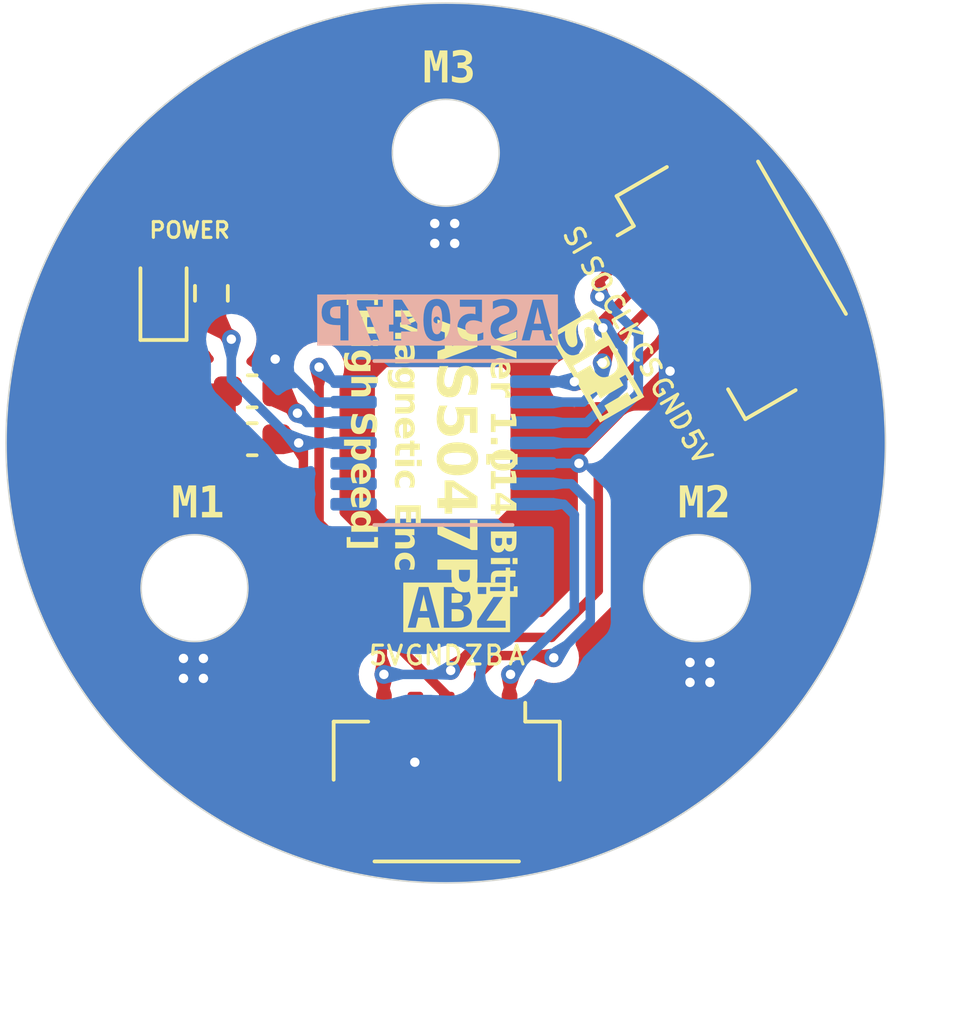
<source format=kicad_pcb>
(kicad_pcb (version 20221018) (generator pcbnew)
  (layers (0 "F.Cu" signal) (31 "B.Cu" signal) (34 "B.Paste" user) (35 "F.Paste" user) (36 "B.SilkS" user "B.Silkscreen") (37 "F.SilkS" user "F.Silkscreen") (38 "B.Mask" user) (39 "F.Mask" user) (44 "Edge.Cuts" user))
  (net 0 "")
  (net 1 "GND")
  (net 2 "+5V")
  (net 3 "Net-(U1-VDD3V3)")
  (net 4 "/A")
  (net 5 "/B")
  (net 6 "/Z")
  (net 7 "/MOSI")
  (net 8 "/MISO")
  (net 9 "/CLK")
  (net 10 "/CS")
  (net 14 "Net-(D1-A)")
  (footprint "LED_SMD:LED_0603_1608Metric" (layer "F.Cu") (at 127.635 92.52 90)
    (fp_text reference "D1" hide)
    (fp_text value "Yellow LED")
    (fp_line (start -1.485 -0.735) (end -1.485 0.735) (stroke (width 0.12)) (layer "F.SilkS"))
    (fp_line (start -1.485 0.735) (end 0.8 0.735) (stroke (width 0.12)) (layer "F.SilkS"))
    (fp_line (start 0.8 -0.735) (end -1.485 -0.735) (stroke (width 0.12)) (layer "F.SilkS"))
    (pad "1" smd roundrect (at -0.7875 0 90) (size 0.875 0.95) (layers "F.Cu" "F.Paste" "F.Mask") (net 1 "GND"))
    (pad "2" smd roundrect (at 0.7875 0 90) (size 0.875 0.95) (layers "F.Cu" "F.Paste" "F.Mask") (net 14 "Net-(D1-A)"))
  )
  (footprint "3rd_Connector_JST_SMD:CONN-SMD_1x6P-P1.0-H_WAFER-SH1.0-6PWB" (layer "F.Cu") (at 145.669 92.075 -60)
    (fp_text reference "J2" hide)
    (fp_text value "CONN_1x5P")
    (fp_line (start -4.1 -0.05) (end -4.1 1.8) (stroke (width 0.12)) (layer "F.SilkS"))
    (fp_line (start -4.1 1.8) (end -3 1.8) (stroke (width 0.12)) (layer "F.SilkS"))
    (fp_line (start -3 1.8) (end -3 2.4) (stroke (width 0.12)) (layer "F.SilkS"))
    (fp_line (start -2.8 -2.65) (end 2.8 -2.65) (stroke (width 0.12)) (layer "F.SilkS"))
    (fp_line (start 4.1 1.8) (end 3 1.8) (stroke (width 0.12)) (layer "F.SilkS"))
    (fp_line (start 4.1 1.8) (end 4.1 -0.05) (stroke (width 0.12)) (layer "F.SilkS"))
    (pad "1" smd roundrect (at -2.5 1.9 300) (size 0.5 1.7) (layers "F.Cu" "F.Paste" "F.Mask") (roundrect_rratio 0.2) (net 7 "/MOSI"))
    (pad "2" smd roundrect (at -1.5 1.9 300) (size 0.5 1.7) (layers "F.Cu" "F.Paste" "F.Mask") (roundrect_rratio 0.1666666667) (net 8 "/MISO"))
    (pad "3" smd roundrect (at -0.5 1.9 300) (size 0.5 1.7) (layers "F.Cu" "F.Paste" "F.Mask") (roundrect_rratio 0.2) (net 9 "/CLK"))
    (pad "4" smd roundrect (at 0.5 1.9 300) (size 0.5 1.7) (layers "F.Cu" "F.Paste" "F.Mask") (roundrect_rratio 0.2) (net 10 "/CS"))
    (pad "5" smd roundrect (at 1.5 1.9 300) (size 0.5 1.7) (layers "F.Cu" "F.Paste" "F.Mask") (roundrect_rratio 0.2) (net 1 "GND"))
    (pad "6" smd roundrect (at 2.5 1.9 300) (size 0.5 1.7) (layers "F.Cu" "F.Paste" "F.Mask") (roundrect_rratio 0.2) (net 2 "+5V"))
    (pad "MP1" smd roundrect (at -3.6 -1.5 300) (size 1.2 2.5) (layers "F.Cu" "F.Paste" "F.Mask") (roundrect_rratio 0.1666666667))
    (pad "MP2" smd roundrect (at 3.6 -1.5 300) (size 1.2 2.5) (layers "F.Cu" "F.Paste" "F.Mask") (roundrect_rratio 0.1666666667))
  )
  (footprint "3rd_Connector_JST_SMD:CONN-SMD_1x5P-P1.0-H_WAFER-SH1.0-5PWB" (layer "F.Cu") (at 136.652 107.95 180)
    (fp_text reference "J1" hide)
    (fp_text value "CONN_1x5P")
    (fp_line (start -3.6 -0.05) (end -3.6 1.8) (stroke (width 0.12)) (layer "F.SilkS"))
    (fp_line (start -3.6 1.8) (end -2.5 1.8) (stroke (width 0.12)) (layer "F.SilkS"))
    (fp_line (start -2.5 1.8) (end -2.5 2.4) (stroke (width 0.12)) (layer "F.SilkS"))
    (fp_line (start -2.3 -2.65) (end 2.3 -2.65) (stroke (width 0.12)) (layer "F.SilkS"))
    (fp_line (start 3.6 1.8) (end 2.5 1.8) (stroke (width 0.12)) (layer "F.SilkS"))
    (fp_line (start 3.6 1.8) (end 3.6 -0.05) (stroke (width 0.12)) (layer "F.SilkS"))
    (pad "1" smd roundrect (at -2 1.9 180) (size 0.5 1.7) (layers "F.Cu" "F.Paste" "F.Mask") (roundrect_rratio 0.2) (net 4 "/A"))
    (pad "2" smd roundrect (at -1 1.9 180) (size 0.5 1.7) (layers "F.Cu" "F.Paste" "F.Mask") (roundrect_rratio 0.2) (net 5 "/B"))
    (pad "3" smd roundrect (at 0 1.9 180) (size 0.5 1.7) (layers "F.Cu" "F.Paste" "F.Mask") (roundrect_rratio 0.2) (net 6 "/Z"))
    (pad "4" smd roundrect (at 1 1.9 180) (size 0.5 1.7) (layers "F.Cu" "F.Paste" "F.Mask") (roundrect_rratio 0.2) (net 1 "GND"))
    (pad "5" smd roundrect (at 2 1.9 180) (size 0.5 1.7) (layers "F.Cu" "F.Paste" "F.Mask") (roundrect_rratio 0.2) (net 2 "+5V"))
    (pad "MP1" smd roundrect (at -3.1 -1.5 180) (size 1.2 2.5) (layers "F.Cu" "F.Paste" "F.Mask") (roundrect_rratio 0.1666666667))
    (pad "MP2" smd roundrect (at 3.1 -1.5 180) (size 1.2 2.5) (layers "F.Cu" "F.Paste" "F.Mask") (roundrect_rratio 0.1666666667))
  )
  (footprint "Resistor_SMD:R_0603_1608Metric" (layer "F.Cu") (at 129.159 92.52 90)
    (fp_text reference "R1" hide)
    (fp_text value "1K")
    (fp_line (start -0.237258 -0.5225) (end 0.237258 -0.5225) (stroke (width 0.12)) (layer "F.SilkS"))
    (fp_line (start -0.237258 0.5225) (end 0.237258 0.5225) (stroke (width 0.12)) (layer "F.SilkS"))
    (pad "1" smd roundrect (at -0.825 0 90) (size 0.8 0.95) (layers "F.Cu" "F.Paste" "F.Mask") (net 2 "+5V"))
    (pad "2" smd roundrect (at 0.825 0 90) (size 0.8 0.95) (layers "F.Cu" "F.Paste" "F.Mask") (net 14 "Net-(D1-A)"))
  )
  (footprint "Capacitor_SMD:C_0603_1608Metric" (layer "F.Cu") (at 130.46 95.639 180)
    (fp_text reference "C2" hide)
    (fp_text value "1uF")
    (fp_line (start -0.14058 -0.51) (end 0.14058 -0.51) (stroke (width 0.12)) (layer "F.SilkS"))
    (fp_line (start -0.14058 0.51) (end 0.14058 0.51) (stroke (width 0.12)) (layer "F.SilkS"))
    (pad "1" smd roundrect (at -0.775 0 180) (size 0.9 0.95) (layers "F.Cu" "F.Paste" "F.Mask") (net 3 "Net-(U1-VDD3V3)"))
    (pad "2" smd roundrect (at 0.775 0 180) (size 0.9 0.95) (layers "F.Cu" "F.Paste" "F.Mask") (net 1 "GND"))
  )
  (footprint "Capacitor_SMD:C_0603_1608Metric" (layer "F.Cu") (at 130.46 97.163)
    (fp_text reference "C1" hide)
    (fp_text value "0.1uF")
    (fp_line (start -0.14058 -0.51) (end 0.14058 -0.51) (stroke (width 0.12)) (layer "F.SilkS"))
    (fp_line (start -0.14058 0.51) (end 0.14058 0.51) (stroke (width 0.12)) (layer "F.SilkS"))
    (pad "1" smd roundrect (at -0.775 0) (size 0.9 0.95) (layers "F.Cu" "F.Paste" "F.Mask") (net 1 "GND"))
    (pad "2" smd roundrect (at 0.775 0) (size 0.9 0.95) (layers "F.Cu" "F.Paste" "F.Mask") (net 2 "+5V"))
  )
  (footprint "Package_SO:TSSOP-14_4.4x5mm_P0.65mm" (layer "B.Cu") (at 136.548 97.282 180)
    (fp_text reference "U1" hide)
    (fp_text value "AS5047D")
    (fp_line (start 0 -2.61) (end -2.2 -2.61) (stroke (width 0.12)) (layer "B.SilkS"))
    (fp_line (start 0 -2.61) (end 2.2 -2.61) (stroke (width 0.12)) (layer "B.SilkS"))
    (fp_line (start 0 2.61) (end -3.6 2.61) (stroke (width 0.12)) (layer "B.SilkS"))
    (fp_line (start 0 2.61) (end 2.2 2.61) (stroke (width 0.12)) (layer "B.SilkS"))
    (pad "1" smd roundrect (at -2.8625 1.95 180) (size 1.475 0.4) (layers "B.Cu" "B.Paste" "B.Mask") (net 10 "/CS"))
    (pad "2" smd roundrect (at -2.8625 1.3 180) (size 1.475 0.4) (layers "B.Cu" "B.Paste" "B.Mask") (net 9 "/CLK"))
    (pad "3" smd roundrect (at -2.8625 0.65 180) (size 1.475 0.4) (layers "B.Cu" "B.Paste" "B.Mask") (net 8 "/MISO"))
    (pad "4" smd roundrect (at -2.8625 0 180) (size 1.475 0.4) (layers "B.Cu" "B.Paste" "B.Mask") (net 7 "/MOSI"))
    (pad "5" smd roundrect (at -2.8625 -0.65 180) (size 1.475 0.4) (layers "B.Cu" "B.Paste" "B.Mask") (net 1 "GND"))
    (pad "6" smd roundrect (at -2.8625 -1.3 180) (size 1.475 0.4) (layers "B.Cu" "B.Paste" "B.Mask") (net 5 "/B"))
    (pad "7" smd roundrect (at -2.8625 -1.95 180) (size 1.475 0.4) (layers "B.Cu" "B.Paste" "B.Mask") (net 4 "/A"))
    (pad "8" smd roundrect (at 2.8625 -1.95 180) (size 1.475 0.4) (layers "B.Cu" "B.Paste" "B.Mask"))
    (pad "9" smd roundrect (at 2.8625 -1.3 180) (size 1.475 0.4) (layers "B.Cu" "B.Paste" "B.Mask"))
    (pad "10" smd roundrect (at 2.8625 -0.65 180) (size 1.475 0.4) (layers "B.Cu" "B.Paste" "B.Mask"))
    (pad "11" smd roundrect (at 2.8625 0 180) (size 1.475 0.4) (layers "B.Cu" "B.Paste" "B.Mask") (net 2 "+5V"))
    (pad "12" smd roundrect (at 2.8625 0.65 180) (size 1.475 0.4) (layers "B.Cu" "B.Paste" "B.Mask") (net 3 "Net-(U1-VDD3V3)"))
    (pad "13" smd roundrect (at 2.8625 1.3 180) (size 1.475 0.4) (layers "B.Cu" "B.Paste" "B.Mask") (net 1 "GND"))
    (pad "14" smd roundrect (at 2.8625 1.95 180) (size 1.475 0.4) (layers "B.Cu" "B.Paste" "B.Mask") (net 6 "/Z"))
  )
  (gr_circle (center 144.620802 101.901802) (end 144.620802 100.201802) (stroke (width 0.05)) (fill none) (layer "Edge.Cuts"))
  (gr_circle (center 128.620802 101.901802) (end 128.620802 100.201802) (stroke (width 0.05)) (fill none) (layer "Edge.Cuts"))
  (gr_circle (center 136.620802 88.045397) (end 136.620802 86.345396) (stroke (width 0.05)) (fill none) (layer "Edge.Cuts"))
  (gr_circle (center 136.620802 97.283) (end 136.620802 83.283) (stroke (width 0.05)) (fill none) (layer "Edge.Cuts"))
  (gr_text "AS5047P" (at 140.081 94.234) (layer "B.SilkS" knockout) (effects (font (size 1.27 1.27) (thickness 0.2) bold) (justify left bottom mirror)))
  (gr_text "M1" (at 127.889 99.822) (layer "F.SilkS") (effects (font (size 1 1) (thickness 0.2) bold) (justify left bottom)))
  (gr_text "SI" (at 140.248867 90.58108 -60) (layer "F.SilkS") (effects (font (size 0.6 0.6) (thickness 0.1)) (justify left bottom)))
  (gr_text "[14 Bit]" (at 137.922 97.536 -90) (layer "F.SilkS") (effects (font (size 0.8 0.8) (thickness 0.1) bold italic) (justify left bottom)))
  (gr_text "CS" (at 142.360161 94.237948 -60) (layer "F.SilkS") (effects (font (size 0.6 0.6) (thickness 0.1)) (justify left bottom)))
  (gr_text "AS5047P" (at 136.144001 93.345003 -90) (layer "F.SilkS") (effects (font (size 1.25 1.25) (thickness 0.1) bold italic) (justify left bottom)))
  (gr_text "SO" (at 140.792569 91.522797 -60) (layer "F.SilkS") (effects (font (size 0.6 0.6) (thickness 0.1)) (justify left bottom)))
  (gr_text "CLK" (at 141.478 92.71 -60) (layer "F.SilkS") (effects (font (size 0.6 0.6) (thickness 0.1)) (justify left bottom)))
  (gr_text "5V" (at 143.98108 97.045461 -60) (layer "F.SilkS") (effects (font (size 0.6 0.6) (thickness 0.1)) (justify left bottom)))
  (gr_text "GND" (at 135.255 104.394) (layer "F.SilkS") (effects (font (size 0.6 0.6) (thickness 0.1)) (justify left bottom)))
  (gr_text "Z" (at 137.16 104.394) (layer "F.SilkS") (effects (font (size 0.6 0.6) (thickness 0.1)) (justify left bottom)))
  (gr_text "GND" (at 143.013845 95.370162 -60) (layer "F.SilkS") (effects (font (size 0.6 0.6) (thickness 0.1)) (justify left bottom)))
  (gr_text "SPI" (at 139.8905 93.885808 -60) (layer "F.SilkS" knockout) (effects (font (size 1.27 1.27) (thickness 0.2) bold) (justify left bottom)))
  (gr_text "ABZ" (at 135.382 103.378) (layer "F.SilkS" knockout) (effects (font (size 1.27 1.27) (thickness 0.2) bold) (justify left bottom)))
  (gr_text "[High Speed]" (at 133.476999 92.456 -90) (layer "F.SilkS") (effects (font (size 0.8 0.8) (thickness 0.1) bold italic) (justify left bottom)))
  (gr_text "Ver 1.0" (at 137.921999 93.726003 -90) (layer "F.SilkS") (effects (font (size 0.8 0.8) (thickness 0.1) bold italic) (justify left bottom)))
  (gr_text "5V" (at 134.112 104.394) (layer "F.SilkS") (effects (font (size 0.6 0.6) (thickness 0.1)) (justify left bottom)))
  (gr_text "POWER" (at 127.127 90.805) (layer "F.SilkS") (effects (font (size 0.5 0.5) (thickness 0.1)) (justify left bottom)))
  (gr_text "B" (at 137.795 104.394) (layer "F.SilkS") (effects (font (size 0.6 0.6) (thickness 0.1)) (justify left bottom)))
  (gr_text "M2" (at 144.018 99.822) (layer "F.SilkS") (effects (font (size 1 1) (thickness 0.2) bold) (justify left bottom)))
  (gr_text "A" (at 138.557 104.394) (layer "F.SilkS") (effects (font (size 0.6 0.6) (thickness 0.1)) (justify left bottom)))
  (gr_text "M3" (at 135.89 85.979) (layer "F.SilkS") (effects (font (size 1 1) (thickness 0.2) bold) (justify left bottom)))
  (gr_text "Magnetic Enc" (at 134.874 92.964 -90) (layer "F.SilkS") (effects (font (size 0.8 0.8) (thickness 0.1) bold italic) (justify left bottom)))
  (segment (start 143.764 94.996) (end 143.891 94.996) (width 0.3) (layer "F.Cu") (net 1))
  (segment (start 135.652 106.05) (end 135.652 107.426) (width 0.3) (layer "F.Cu") (net 1))
  (segment (start 135.652 107.426) (end 135.636 107.442) (width 0.3) (layer "F.Cu") (net 1))
  (segment (start 143.891 94.996) (end 144.562962 94.324038) (width 0.3) (layer "F.Cu") (net 1))
  (segment (start 144.562962 94.324038) (end 144.773552 94.324038) (width 0.3) (layer "F.Cu") (net 1))
  (via (at 143.764 94.996) (size 0.6) (drill 0.3) (layers "F.Cu" "B.Cu") (net 1))
  (via (at 140.863293 97.931031) (size 0.6) (drill 0.3) (layers "F.Cu" "B.Cu") (net 1))
  (via (at 136.906 90.297) (size 0.6) (drill 0.3) (layers "F.Cu" "B.Cu") (net 1))
  (via (at 135.636 107.442) (size 0.6) (drill 0.3) (layers "F.Cu" "B.Cu") (net 1))
  (via (at 136.271 90.297) (size 0.6) (drill 0.3) (layers "F.Cu" "B.Cu") (net 1))
  (via (at 128.27 104.14) (size 0.6) (drill 0.3) (layers "F.Cu" "B.Cu") (net 1))
  (via (at 145.034 104.902) (size 0.6) (drill 0.3) (layers "F.Cu" "B.Cu") (net 1))
  (via (at 128.905 104.14) (size 0.6) (drill 0.3) (layers "F.Cu" "B.Cu") (net 1))
  (via (at 128.27 104.775) (size 0.6) (drill 0.3) (layers "F.Cu" "B.Cu") (net 1))
  (via (at 131.191 94.615) (size 0.6) (drill 0.3) (layers "F.Cu" "B.Cu") (net 1))
  (via (at 128.905 104.775) (size 0.6) (drill 0.3) (layers "F.Cu" "B.Cu") (net 1))
  (via (at 136.271 90.932) (size 0.6) (drill 0.3) (layers "F.Cu" "B.Cu") (net 1))
  (via (at 145.034 104.267) (size 0.6) (drill 0.3) (layers "F.Cu" "B.Cu") (net 1))
  (via (at 144.399 104.267) (size 0.6) (drill 0.3) (layers "F.Cu" "B.Cu") (net 1))
  (via (at 144.399 104.902) (size 0.6) (drill 0.3) (layers "F.Cu" "B.Cu") (net 1))
  (via (at 136.906 90.932) (size 0.6) (drill 0.3) (layers "F.Cu" "B.Cu") (net 1))
  (segment (start 140.862324 97.932) (end 139.2605 97.932) (width 0.3) (layer "B.Cu") (net 1))
  (segment (start 132.558 95.982) (end 133.5355 95.982) (width 0.3) (layer "B.Cu") (net 1))
  (segment (start 140.863293 97.931031) (end 140.862324 97.932) (width 0.3) (layer "B.Cu") (net 1))
  (segment (start 131.191 94.615) (end 132.558 95.982) (width 0.3) (layer "B.Cu") (net 1))
  (segment (start 141.478 98.140761) (end 142.717761 96.901) (width 0.3) (layer "F.Cu") (net 2))
  (segment (start 132.088 97.4315) (end 132.088 100.029107) (width 0.3) (layer "F.Cu") (net 2))
  (segment (start 134.652 104.648) (end 134.652 106.05) (width 0.3) (layer "F.Cu") (net 2))
  (segment (start 131.354 97.282) (end 131.235 97.163) (width 0.3) (layer "F.Cu") (net 2))
  (segment (start 129.794 93.98) (end 129.159 93.345) (width 0.3) (layer "F.Cu") (net 2))
  (segment (start 131.9385 97.282) (end 132.088 97.4315) (width 0.3) (layer "F.Cu") (net 2))
  (segment (start 131.9385 97.282) (end 131.354 97.282) (width 0.3) (layer "F.Cu") (net 2))
  (segment (start 143.409308 96.901) (end 145.120244 95.190064) (width 0.3) (layer "F.Cu") (net 2))
  (segment (start 139.989589 103.469411) (end 141.478 101.981) (width 0.3) (layer "F.Cu") (net 2))
  (segment (start 132.088 100.029107) (end 134.602 102.543106) (width 0.3) (layer "F.Cu") (net 2))
  (segment (start 137.830589 103.469411) (end 139.989589 103.469411) (width 0.3) (layer "F.Cu") (net 2))
  (segment (start 141.478 101.981) (end 141.478 98.140761) (width 0.3) (layer "F.Cu") (net 2))
  (segment (start 145.120244 95.190064) (end 145.273552 95.190064) (width 0.3) (layer "F.Cu") (net 2))
  (segment (start 142.717761 96.901) (end 143.409308 96.901) (width 0.3) (layer "F.Cu") (net 2))
  (segment (start 136.779 104.521) (end 137.830589 103.469411) (width 0.3) (layer "F.Cu") (net 2))
  (segment (start 134.602 104.598) (end 134.652 104.648) (width 0.3) (layer "F.Cu") (net 2))
  (segment (start 134.602 102.543106) (end 134.602 104.598) (width 0.3) (layer "F.Cu") (net 2))
  (via (at 136.779 104.521) (size 0.6) (drill 0.3) (layers "F.Cu" "B.Cu") (net 2))
  (via (at 131.9385 97.282) (size 0.6) (drill 0.3) (layers "F.Cu" "B.Cu") (net 2))
  (via (at 134.652 104.648) (size 0.6) (drill 0.3) (layers "F.Cu" "B.Cu") (net 2))
  (via (at 129.794 93.98) (size 0.6) (drill 0.3) (layers "F.Cu" "B.Cu") (net 2))
  (segment (start 129.794 95.25) (end 131.826 97.282) (width 0.3) (layer "B.Cu") (net 2))
  (segment (start 136.779 104.521) (end 136.652 104.648) (width 0.3) (layer "B.Cu") (net 2))
  (segment (start 131.9385 97.282) (end 133.5355 97.282) (width 0.3) (layer "B.Cu") (net 2))
  (segment (start 131.826 97.282) (end 131.9385 97.282) (width 0.3) (layer "B.Cu") (net 2))
  (segment (start 136.652 104.648) (end 134.652 104.648) (width 0.3) (layer "B.Cu") (net 2))
  (segment (start 129.794 93.98) (end 129.794 95.25) (width 0.3) (layer "B.Cu") (net 2))
  (segment (start 131.235 95.670975) (end 131.235 95.639) (width 0.3) (layer "F.Cu") (net 3))
  (segment (start 131.899018 96.334993) (end 131.235 95.670975) (width 0.3) (layer "F.Cu") (net 3))
  (via (at 131.899018 96.334993) (size 0.6) (drill 0.3) (layers "F.Cu" "B.Cu") (net 3))
  (segment (start 132.196025 96.632) (end 133.5355 96.632) (width 0.3) (layer "B.Cu") (net 3))
  (segment (start 131.899018 96.334993) (end 132.196025 96.632) (width 0.3) (layer "B.Cu") (net 3))
  (segment (start 138.684 104.902) (end 138.652 104.934) (width 0.3) (layer "F.Cu") (net 4))
  (segment (start 138.652 104.934) (end 138.652 106.05) (width 0.3) (layer "F.Cu") (net 4))
  (segment (start 138.684 104.648) (end 138.684 104.902) (width 0.3) (layer "F.Cu") (net 4))
  (via (at 138.684 104.648) (size 0.6) (drill 0.3) (layers "F.Cu" "B.Cu") (net 4))
  (segment (start 139.2605 99.232) (end 140.38 99.232) (width 0.3) (layer "B.Cu") (net 4))
  (segment (start 140.716 102.616) (end 138.684 104.648) (width 0.3) (layer "B.Cu") (net 4))
  (segment (start 140.38 99.232) (end 140.716 99.568) (width 0.3) (layer "B.Cu") (net 4))
  (segment (start 140.716 99.568) (end 140.716 102.616) (width 0.3) (layer "B.Cu") (net 4))
  (segment (start 138.268 104.048) (end 137.668 104.648) (width 0.3) (layer "F.Cu") (net 5))
  (segment (start 139.989 104.048) (end 138.268 104.048) (width 0.3) (layer "F.Cu") (net 5))
  (segment (start 137.668 106.034) (end 137.652 106.05) (width 0.3) (layer "F.Cu") (net 5))
  (segment (start 140.060411 104.119411) (end 139.989 104.048) (width 0.3) (layer "F.Cu") (net 5))
  (segment (start 137.668 104.648) (end 137.668 106.034) (width 0.3) (layer "F.Cu") (net 5))
  (via (at 140.060411 104.119411) (size 0.6) (drill 0.3) (layers "F.Cu" "B.Cu") (net 5))
  (segment (start 141.224 99.187) (end 140.619 98.582) (width 0.3) (layer "B.Cu") (net 5))
  (segment (start 140.619 98.582) (end 139.2605 98.582) (width 0.3) (layer "B.Cu") (net 5))
  (segment (start 141.224 102.955822) (end 141.224 99.187) (width 0.3) (layer "B.Cu") (net 5))
  (segment (start 140.060411 104.119411) (end 141.224 102.955822) (width 0.3) (layer "B.Cu") (net 5))
  (segment (start 132.588 99.822) (end 135.128 102.362) (width 0.3) (layer "F.Cu") (net 6))
  (segment (start 136.652 105.313239) (end 136.652 106.05) (width 0.3) (layer "F.Cu") (net 6))
  (segment (start 135.128 102.362) (end 135.128 103.789239) (width 0.3) (layer "F.Cu") (net 6))
  (segment (start 135.128 103.789239) (end 136.652 105.313239) (width 0.3) (layer "F.Cu") (net 6))
  (segment (start 132.588 94.869) (end 132.588 99.822) (width 0.3) (layer "F.Cu") (net 6))
  (via (at 132.588 94.869) (size 0.6) (drill 0.3) (layers "F.Cu" "B.Cu") (net 6))
  (segment (start 133.051 95.332) (end 133.5355 95.332) (width 0.2) (layer "B.Cu") (net 6))
  (segment (start 132.588 94.869) (end 133.051 95.332) (width 0.3) (layer "B.Cu") (net 6))
  (segment (start 141.523346 92.110142) (end 142.773552 90.859936) (width 0.3) (layer "F.Cu") (net 7))
  (segment (start 141.523346 92.628346) (end 141.523346 92.110142) (width 0.3) (layer "F.Cu") (net 7))
  (via (at 141.523346 92.628346) (size 0.6) (drill 0.3) (layers "F.Cu" "B.Cu") (net 7))
  (segment (start 139.2605 97.282) (end 141.169106 97.282) (width 0.3) (layer "B.Cu") (net 7))
  (segment (start 142.755 95.696106) (end 142.755 93.829761) (width 0.3) (layer "B.Cu") (net 7))
  (segment (start 141.553585 92.628346) (end 141.523346 92.628346) (width 0.3) (layer "B.Cu") (net 7))
  (segment (start 141.169106 97.282) (end 142.755 95.696106) (width 0.3) (layer "B.Cu") (net 7))
  (segment (start 142.755 93.829761) (end 141.553585 92.628346) (width 0.3) (layer "B.Cu") (net 7))
  (segment (start 141.625589 93.619589) (end 141.625589 93.373925) (width 0.3) (layer "F.Cu") (net 8))
  (segment (start 141.625589 93.373925) (end 143.273552 91.725962) (width 0.3) (layer "F.Cu") (net 8))
  (via (at 141.625589 93.619589) (size 0.6) (drill 0.3) (layers "F.Cu" "B.Cu") (net 8))
  (segment (start 142.255 95.489) (end 141.112 96.632) (width 0.3) (layer "B.Cu") (net 8))
  (segment (start 142.255 94.249) (end 142.255 95.489) (width 0.3) (layer "B.Cu") (net 8))
  (segment (start 141.112 96.632) (end 139.2605 96.632) (width 0.3) (layer "B.Cu") (net 8))
  (segment (start 141.625589 93.619589) (end 142.255 94.249) (width 0.3) (layer "B.Cu") (net 8))
  (segment (start 141.605 94.488) (end 143.501013 92.591987) (width 0.3) (layer "F.Cu") (net 9))
  (segment (start 141.605 94.7325) (end 141.605 94.488) (width 0.3) (layer "F.Cu") (net 9))
  (segment (start 143.501013 92.591987) (end 143.773552 92.591987) (width 0.3) (layer "F.Cu") (net 9))
  (via (at 141.605 94.7325) (size 0.6) (drill 0.3) (layers "F.Cu" "B.Cu") (net 9))
  (segment (start 141.605 94.7325) (end 141.605 95.377) (width 0.3) (layer "B.Cu") (net 9))
  (segment (start 141 95.982) (end 139.2605 95.982) (width 0.3) (layer "B.Cu") (net 9))
  (segment (start 141.605 95.377) (end 141 95.982) (width 0.3) (layer "B.Cu") (net 9))
  (segment (start 142.158 95.332) (end 144.031987 93.458013) (width 0.3) (layer "F.Cu") (net 10))
  (segment (start 140.716 95.332) (end 142.158 95.332) (width 0.3) (layer "F.Cu") (net 10))
  (segment (start 144.031987 93.458013) (end 144.273552 93.458013) (width 0.3) (layer "F.Cu") (net 10))
  (via (at 140.716 95.332) (size 0.6) (drill 0.3) (layers "F.Cu" "B.Cu") (net 10))
  (segment (start 140.716 95.332) (end 139.2605 95.332) (width 0.3) (layer "B.Cu") (net 10))
  (segment (start 127.635 91.7325) (end 129.1215 91.7325) (width 0.3) (layer "F.Cu") (net 14))
  (segment (start 129.1215 91.7325) (end 129.159 91.695) (width 0.3) (layer "F.Cu") (net 14))
  (zone (net 0) (net_name "") (layer "F.Cu") (connect_pads (clearance 0)) (min_thickness 0.25)
    (keepout (tracks not_allowed) (vias not_allowed) (pads not_allowed) (copperpour not_allowed) (footprints allowed))
    (fill (thermal_gap 0.5) (thermal_bridge_width 0.5))
    (polygon (pts (xy 134.366 95.25) (xy 134.747 94.869) (xy 138.43 94.869) (xy 138.684 95.123) (xy 138.684 99.314) (xy 138.303 99.695) (xy 134.747 99.695) (xy 134.366 99.314)))
  )
  (zone (net 1) (net_name "GND") (layer "F.Cu") (connect_pads (clearance 0.5)) (min_thickness 0.25) (fill yes (thermal_gap 0.5) (thermal_bridge_width 0.5))
    (polygon (pts (xy 122.428 83.185) (xy 151.003 83.185) (xy 151.003 111.506) (xy 122.428 111.506)))
  )
  (zone (net 1) (net_name "GND") (layer "B.Cu") (priority 1) (connect_pads (clearance 0.5)) (min_thickness 0.25) (fill yes (thermal_gap 0.5) (thermal_bridge_width 0.5))
    (polygon (pts (xy 122.428 83.185) (xy 151.003 83.185) (xy 151.003 111.506) (xy 122.428 111.506)))
  )
  (zone (net 0) (net_name "") (layer "B.Cu") (connect_pads (clearance 0)) (min_thickness 0.25)
    (keepout (tracks not_allowed) (vias not_allowed) (pads not_allowed) (copperpour not_allowed) (footprints allowed))
    (fill (thermal_gap 0.5) (thermal_bridge_width 0.5))
    (polygon (pts (xy 134.747 94.869) (xy 138.43 94.869) (xy 138.684 95.123) (xy 138.684 99.314) (xy 138.303 99.695) (xy 134.747 99.695) (xy 134.366 99.314) (xy 134.366 95.25)))
  )
)
</source>
